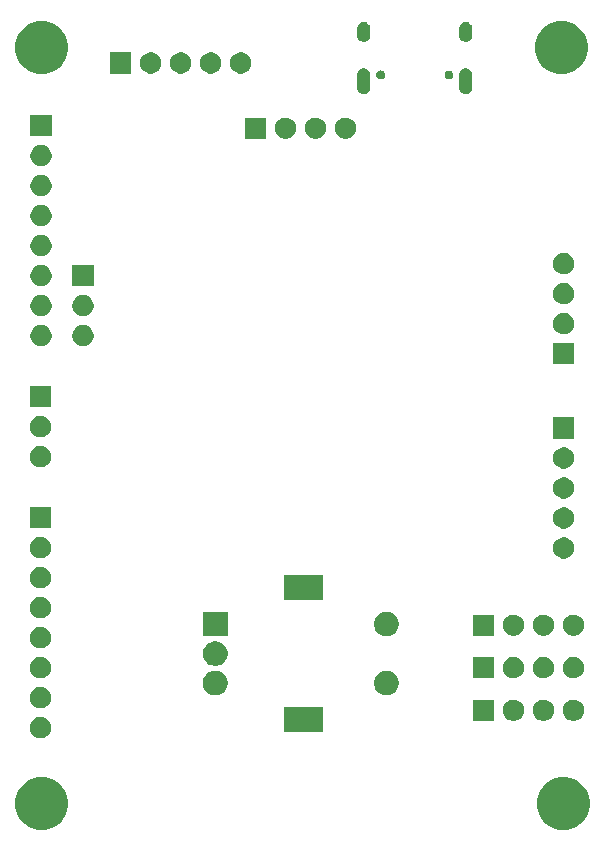
<source format=gbr>
G04 #@! TF.GenerationSoftware,KiCad,Pcbnew,(5.1.5)-2*
G04 #@! TF.CreationDate,2020-05-24T12:04:12+08:00*
G04 #@! TF.ProjectId,Bonjour STM32,426f6e6a-6f75-4722-9053-544d33322e6b,rev?*
G04 #@! TF.SameCoordinates,Original*
G04 #@! TF.FileFunction,Soldermask,Bot*
G04 #@! TF.FilePolarity,Negative*
%FSLAX46Y46*%
G04 Gerber Fmt 4.6, Leading zero omitted, Abs format (unit mm)*
G04 Created by KiCad (PCBNEW (5.1.5)-2) date 2020-05-24 12:04:12*
%MOMM*%
%LPD*%
G04 APERTURE LIST*
%ADD10C,0.100000*%
G04 APERTURE END LIST*
D10*
G36*
X207442606Y-114759776D02*
G01*
X207823319Y-114835504D01*
X208232975Y-115005189D01*
X208601655Y-115251534D01*
X208915192Y-115565071D01*
X209161537Y-115933751D01*
X209331222Y-116343407D01*
X209417726Y-116778296D01*
X209417726Y-117221704D01*
X209331222Y-117656593D01*
X209161537Y-118066249D01*
X208915192Y-118434929D01*
X208601655Y-118748466D01*
X208232975Y-118994811D01*
X207823319Y-119164496D01*
X207442606Y-119240224D01*
X207388431Y-119251000D01*
X206945021Y-119251000D01*
X206890846Y-119240224D01*
X206510133Y-119164496D01*
X206100477Y-118994811D01*
X205731797Y-118748466D01*
X205418260Y-118434929D01*
X205171915Y-118066249D01*
X205002230Y-117656593D01*
X204915726Y-117221704D01*
X204915726Y-116778296D01*
X205002230Y-116343407D01*
X205171915Y-115933751D01*
X205418260Y-115565071D01*
X205731797Y-115251534D01*
X206100477Y-115005189D01*
X206510133Y-114835504D01*
X206890846Y-114759776D01*
X206945021Y-114749000D01*
X207388431Y-114749000D01*
X207442606Y-114759776D01*
G37*
G36*
X163275880Y-114759776D02*
G01*
X163656593Y-114835504D01*
X164066249Y-115005189D01*
X164434929Y-115251534D01*
X164748466Y-115565071D01*
X164994811Y-115933751D01*
X165164496Y-116343407D01*
X165251000Y-116778296D01*
X165251000Y-117221704D01*
X165164496Y-117656593D01*
X164994811Y-118066249D01*
X164748466Y-118434929D01*
X164434929Y-118748466D01*
X164066249Y-118994811D01*
X163656593Y-119164496D01*
X163275880Y-119240224D01*
X163221705Y-119251000D01*
X162778295Y-119251000D01*
X162724120Y-119240224D01*
X162343407Y-119164496D01*
X161933751Y-118994811D01*
X161565071Y-118748466D01*
X161251534Y-118434929D01*
X161005189Y-118066249D01*
X160835504Y-117656593D01*
X160749000Y-117221704D01*
X160749000Y-116778296D01*
X160835504Y-116343407D01*
X161005189Y-115933751D01*
X161251534Y-115565071D01*
X161565071Y-115251534D01*
X161933751Y-115005189D01*
X162343407Y-114835504D01*
X162724120Y-114759776D01*
X162778295Y-114749000D01*
X163221705Y-114749000D01*
X163275880Y-114759776D01*
G37*
G36*
X163013512Y-109683927D02*
G01*
X163162812Y-109713624D01*
X163326784Y-109781544D01*
X163474354Y-109880147D01*
X163599853Y-110005646D01*
X163698456Y-110153216D01*
X163766376Y-110317188D01*
X163801000Y-110491259D01*
X163801000Y-110668741D01*
X163766376Y-110842812D01*
X163698456Y-111006784D01*
X163599853Y-111154354D01*
X163474354Y-111279853D01*
X163326784Y-111378456D01*
X163162812Y-111446376D01*
X163013512Y-111476073D01*
X162988742Y-111481000D01*
X162811258Y-111481000D01*
X162786488Y-111476073D01*
X162637188Y-111446376D01*
X162473216Y-111378456D01*
X162325646Y-111279853D01*
X162200147Y-111154354D01*
X162101544Y-111006784D01*
X162033624Y-110842812D01*
X161999000Y-110668741D01*
X161999000Y-110491259D01*
X162033624Y-110317188D01*
X162101544Y-110153216D01*
X162200147Y-110005646D01*
X162325646Y-109880147D01*
X162473216Y-109781544D01*
X162637188Y-109713624D01*
X162786488Y-109683927D01*
X162811258Y-109679000D01*
X162988742Y-109679000D01*
X163013512Y-109683927D01*
G37*
G36*
X186851000Y-110951000D02*
G01*
X183549000Y-110951000D01*
X183549000Y-108849000D01*
X186851000Y-108849000D01*
X186851000Y-110951000D01*
G37*
G36*
X201301000Y-110001000D02*
G01*
X199499000Y-110001000D01*
X199499000Y-108199000D01*
X201301000Y-108199000D01*
X201301000Y-110001000D01*
G37*
G36*
X203053512Y-108203927D02*
G01*
X203202812Y-108233624D01*
X203366784Y-108301544D01*
X203514354Y-108400147D01*
X203639853Y-108525646D01*
X203738456Y-108673216D01*
X203806376Y-108837188D01*
X203841000Y-109011259D01*
X203841000Y-109188741D01*
X203806376Y-109362812D01*
X203738456Y-109526784D01*
X203639853Y-109674354D01*
X203514354Y-109799853D01*
X203366784Y-109898456D01*
X203202812Y-109966376D01*
X203053512Y-109996073D01*
X203028742Y-110001000D01*
X202851258Y-110001000D01*
X202826488Y-109996073D01*
X202677188Y-109966376D01*
X202513216Y-109898456D01*
X202365646Y-109799853D01*
X202240147Y-109674354D01*
X202141544Y-109526784D01*
X202073624Y-109362812D01*
X202039000Y-109188741D01*
X202039000Y-109011259D01*
X202073624Y-108837188D01*
X202141544Y-108673216D01*
X202240147Y-108525646D01*
X202365646Y-108400147D01*
X202513216Y-108301544D01*
X202677188Y-108233624D01*
X202826488Y-108203927D01*
X202851258Y-108199000D01*
X203028742Y-108199000D01*
X203053512Y-108203927D01*
G37*
G36*
X205593512Y-108203927D02*
G01*
X205742812Y-108233624D01*
X205906784Y-108301544D01*
X206054354Y-108400147D01*
X206179853Y-108525646D01*
X206278456Y-108673216D01*
X206346376Y-108837188D01*
X206381000Y-109011259D01*
X206381000Y-109188741D01*
X206346376Y-109362812D01*
X206278456Y-109526784D01*
X206179853Y-109674354D01*
X206054354Y-109799853D01*
X205906784Y-109898456D01*
X205742812Y-109966376D01*
X205593512Y-109996073D01*
X205568742Y-110001000D01*
X205391258Y-110001000D01*
X205366488Y-109996073D01*
X205217188Y-109966376D01*
X205053216Y-109898456D01*
X204905646Y-109799853D01*
X204780147Y-109674354D01*
X204681544Y-109526784D01*
X204613624Y-109362812D01*
X204579000Y-109188741D01*
X204579000Y-109011259D01*
X204613624Y-108837188D01*
X204681544Y-108673216D01*
X204780147Y-108525646D01*
X204905646Y-108400147D01*
X205053216Y-108301544D01*
X205217188Y-108233624D01*
X205366488Y-108203927D01*
X205391258Y-108199000D01*
X205568742Y-108199000D01*
X205593512Y-108203927D01*
G37*
G36*
X208133512Y-108203927D02*
G01*
X208282812Y-108233624D01*
X208446784Y-108301544D01*
X208594354Y-108400147D01*
X208719853Y-108525646D01*
X208818456Y-108673216D01*
X208886376Y-108837188D01*
X208921000Y-109011259D01*
X208921000Y-109188741D01*
X208886376Y-109362812D01*
X208818456Y-109526784D01*
X208719853Y-109674354D01*
X208594354Y-109799853D01*
X208446784Y-109898456D01*
X208282812Y-109966376D01*
X208133512Y-109996073D01*
X208108742Y-110001000D01*
X207931258Y-110001000D01*
X207906488Y-109996073D01*
X207757188Y-109966376D01*
X207593216Y-109898456D01*
X207445646Y-109799853D01*
X207320147Y-109674354D01*
X207221544Y-109526784D01*
X207153624Y-109362812D01*
X207119000Y-109188741D01*
X207119000Y-109011259D01*
X207153624Y-108837188D01*
X207221544Y-108673216D01*
X207320147Y-108525646D01*
X207445646Y-108400147D01*
X207593216Y-108301544D01*
X207757188Y-108233624D01*
X207906488Y-108203927D01*
X207931258Y-108199000D01*
X208108742Y-108199000D01*
X208133512Y-108203927D01*
G37*
G36*
X163013512Y-107143927D02*
G01*
X163162812Y-107173624D01*
X163326784Y-107241544D01*
X163474354Y-107340147D01*
X163599853Y-107465646D01*
X163698456Y-107613216D01*
X163766376Y-107777188D01*
X163801000Y-107951259D01*
X163801000Y-108128741D01*
X163766376Y-108302812D01*
X163698456Y-108466784D01*
X163599853Y-108614354D01*
X163474354Y-108739853D01*
X163326784Y-108838456D01*
X163162812Y-108906376D01*
X163013512Y-108936073D01*
X162988742Y-108941000D01*
X162811258Y-108941000D01*
X162786488Y-108936073D01*
X162637188Y-108906376D01*
X162473216Y-108838456D01*
X162325646Y-108739853D01*
X162200147Y-108614354D01*
X162101544Y-108466784D01*
X162033624Y-108302812D01*
X161999000Y-108128741D01*
X161999000Y-107951259D01*
X162033624Y-107777188D01*
X162101544Y-107613216D01*
X162200147Y-107465646D01*
X162325646Y-107340147D01*
X162473216Y-107241544D01*
X162637188Y-107173624D01*
X162786488Y-107143927D01*
X162811258Y-107139000D01*
X162988742Y-107139000D01*
X163013512Y-107143927D01*
G37*
G36*
X178006564Y-105789389D02*
G01*
X178197833Y-105868615D01*
X178197835Y-105868616D01*
X178369973Y-105983635D01*
X178516365Y-106130027D01*
X178628906Y-106298456D01*
X178631385Y-106302167D01*
X178710611Y-106493436D01*
X178751000Y-106696484D01*
X178751000Y-106903516D01*
X178710611Y-107106564D01*
X178631385Y-107297833D01*
X178631384Y-107297835D01*
X178516365Y-107469973D01*
X178369973Y-107616365D01*
X178197835Y-107731384D01*
X178197834Y-107731385D01*
X178197833Y-107731385D01*
X178006564Y-107810611D01*
X177803516Y-107851000D01*
X177596484Y-107851000D01*
X177393436Y-107810611D01*
X177202167Y-107731385D01*
X177202166Y-107731385D01*
X177202165Y-107731384D01*
X177030027Y-107616365D01*
X176883635Y-107469973D01*
X176768616Y-107297835D01*
X176768615Y-107297833D01*
X176689389Y-107106564D01*
X176649000Y-106903516D01*
X176649000Y-106696484D01*
X176689389Y-106493436D01*
X176768615Y-106302167D01*
X176771095Y-106298456D01*
X176883635Y-106130027D01*
X177030027Y-105983635D01*
X177202165Y-105868616D01*
X177202167Y-105868615D01*
X177393436Y-105789389D01*
X177596484Y-105749000D01*
X177803516Y-105749000D01*
X178006564Y-105789389D01*
G37*
G36*
X192506564Y-105789389D02*
G01*
X192697833Y-105868615D01*
X192697835Y-105868616D01*
X192869973Y-105983635D01*
X193016365Y-106130027D01*
X193128906Y-106298456D01*
X193131385Y-106302167D01*
X193210611Y-106493436D01*
X193251000Y-106696484D01*
X193251000Y-106903516D01*
X193210611Y-107106564D01*
X193131385Y-107297833D01*
X193131384Y-107297835D01*
X193016365Y-107469973D01*
X192869973Y-107616365D01*
X192697835Y-107731384D01*
X192697834Y-107731385D01*
X192697833Y-107731385D01*
X192506564Y-107810611D01*
X192303516Y-107851000D01*
X192096484Y-107851000D01*
X191893436Y-107810611D01*
X191702167Y-107731385D01*
X191702166Y-107731385D01*
X191702165Y-107731384D01*
X191530027Y-107616365D01*
X191383635Y-107469973D01*
X191268616Y-107297835D01*
X191268615Y-107297833D01*
X191189389Y-107106564D01*
X191149000Y-106903516D01*
X191149000Y-106696484D01*
X191189389Y-106493436D01*
X191268615Y-106302167D01*
X191271095Y-106298456D01*
X191383635Y-106130027D01*
X191530027Y-105983635D01*
X191702165Y-105868616D01*
X191702167Y-105868615D01*
X191893436Y-105789389D01*
X192096484Y-105749000D01*
X192303516Y-105749000D01*
X192506564Y-105789389D01*
G37*
G36*
X205593512Y-104603927D02*
G01*
X205742812Y-104633624D01*
X205906784Y-104701544D01*
X206054354Y-104800147D01*
X206179853Y-104925646D01*
X206278456Y-105073216D01*
X206346376Y-105237188D01*
X206381000Y-105411259D01*
X206381000Y-105588741D01*
X206346376Y-105762812D01*
X206278456Y-105926784D01*
X206179853Y-106074354D01*
X206054354Y-106199853D01*
X205906784Y-106298456D01*
X205742812Y-106366376D01*
X205593512Y-106396073D01*
X205568742Y-106401000D01*
X205391258Y-106401000D01*
X205366488Y-106396073D01*
X205217188Y-106366376D01*
X205053216Y-106298456D01*
X204905646Y-106199853D01*
X204780147Y-106074354D01*
X204681544Y-105926784D01*
X204613624Y-105762812D01*
X204579000Y-105588741D01*
X204579000Y-105411259D01*
X204613624Y-105237188D01*
X204681544Y-105073216D01*
X204780147Y-104925646D01*
X204905646Y-104800147D01*
X205053216Y-104701544D01*
X205217188Y-104633624D01*
X205366488Y-104603927D01*
X205391258Y-104599000D01*
X205568742Y-104599000D01*
X205593512Y-104603927D01*
G37*
G36*
X208133512Y-104603927D02*
G01*
X208282812Y-104633624D01*
X208446784Y-104701544D01*
X208594354Y-104800147D01*
X208719853Y-104925646D01*
X208818456Y-105073216D01*
X208886376Y-105237188D01*
X208921000Y-105411259D01*
X208921000Y-105588741D01*
X208886376Y-105762812D01*
X208818456Y-105926784D01*
X208719853Y-106074354D01*
X208594354Y-106199853D01*
X208446784Y-106298456D01*
X208282812Y-106366376D01*
X208133512Y-106396073D01*
X208108742Y-106401000D01*
X207931258Y-106401000D01*
X207906488Y-106396073D01*
X207757188Y-106366376D01*
X207593216Y-106298456D01*
X207445646Y-106199853D01*
X207320147Y-106074354D01*
X207221544Y-105926784D01*
X207153624Y-105762812D01*
X207119000Y-105588741D01*
X207119000Y-105411259D01*
X207153624Y-105237188D01*
X207221544Y-105073216D01*
X207320147Y-104925646D01*
X207445646Y-104800147D01*
X207593216Y-104701544D01*
X207757188Y-104633624D01*
X207906488Y-104603927D01*
X207931258Y-104599000D01*
X208108742Y-104599000D01*
X208133512Y-104603927D01*
G37*
G36*
X203053512Y-104603927D02*
G01*
X203202812Y-104633624D01*
X203366784Y-104701544D01*
X203514354Y-104800147D01*
X203639853Y-104925646D01*
X203738456Y-105073216D01*
X203806376Y-105237188D01*
X203841000Y-105411259D01*
X203841000Y-105588741D01*
X203806376Y-105762812D01*
X203738456Y-105926784D01*
X203639853Y-106074354D01*
X203514354Y-106199853D01*
X203366784Y-106298456D01*
X203202812Y-106366376D01*
X203053512Y-106396073D01*
X203028742Y-106401000D01*
X202851258Y-106401000D01*
X202826488Y-106396073D01*
X202677188Y-106366376D01*
X202513216Y-106298456D01*
X202365646Y-106199853D01*
X202240147Y-106074354D01*
X202141544Y-105926784D01*
X202073624Y-105762812D01*
X202039000Y-105588741D01*
X202039000Y-105411259D01*
X202073624Y-105237188D01*
X202141544Y-105073216D01*
X202240147Y-104925646D01*
X202365646Y-104800147D01*
X202513216Y-104701544D01*
X202677188Y-104633624D01*
X202826488Y-104603927D01*
X202851258Y-104599000D01*
X203028742Y-104599000D01*
X203053512Y-104603927D01*
G37*
G36*
X201301000Y-106401000D02*
G01*
X199499000Y-106401000D01*
X199499000Y-104599000D01*
X201301000Y-104599000D01*
X201301000Y-106401000D01*
G37*
G36*
X163013512Y-104603927D02*
G01*
X163162812Y-104633624D01*
X163326784Y-104701544D01*
X163474354Y-104800147D01*
X163599853Y-104925646D01*
X163698456Y-105073216D01*
X163766376Y-105237188D01*
X163801000Y-105411259D01*
X163801000Y-105588741D01*
X163766376Y-105762812D01*
X163698456Y-105926784D01*
X163599853Y-106074354D01*
X163474354Y-106199853D01*
X163326784Y-106298456D01*
X163162812Y-106366376D01*
X163013512Y-106396073D01*
X162988742Y-106401000D01*
X162811258Y-106401000D01*
X162786488Y-106396073D01*
X162637188Y-106366376D01*
X162473216Y-106298456D01*
X162325646Y-106199853D01*
X162200147Y-106074354D01*
X162101544Y-105926784D01*
X162033624Y-105762812D01*
X161999000Y-105588741D01*
X161999000Y-105411259D01*
X162033624Y-105237188D01*
X162101544Y-105073216D01*
X162200147Y-104925646D01*
X162325646Y-104800147D01*
X162473216Y-104701544D01*
X162637188Y-104633624D01*
X162786488Y-104603927D01*
X162811258Y-104599000D01*
X162988742Y-104599000D01*
X163013512Y-104603927D01*
G37*
G36*
X178006564Y-103289389D02*
G01*
X178197833Y-103368615D01*
X178197835Y-103368616D01*
X178369973Y-103483635D01*
X178516365Y-103630027D01*
X178602179Y-103758456D01*
X178631385Y-103802167D01*
X178710611Y-103993436D01*
X178751000Y-104196484D01*
X178751000Y-104403516D01*
X178710611Y-104606564D01*
X178671269Y-104701544D01*
X178631384Y-104797835D01*
X178516365Y-104969973D01*
X178369973Y-105116365D01*
X178197835Y-105231384D01*
X178197834Y-105231385D01*
X178197833Y-105231385D01*
X178006564Y-105310611D01*
X177803516Y-105351000D01*
X177596484Y-105351000D01*
X177393436Y-105310611D01*
X177202167Y-105231385D01*
X177202166Y-105231385D01*
X177202165Y-105231384D01*
X177030027Y-105116365D01*
X176883635Y-104969973D01*
X176768616Y-104797835D01*
X176728731Y-104701544D01*
X176689389Y-104606564D01*
X176649000Y-104403516D01*
X176649000Y-104196484D01*
X176689389Y-103993436D01*
X176768615Y-103802167D01*
X176797822Y-103758456D01*
X176883635Y-103630027D01*
X177030027Y-103483635D01*
X177202165Y-103368616D01*
X177202167Y-103368615D01*
X177393436Y-103289389D01*
X177596484Y-103249000D01*
X177803516Y-103249000D01*
X178006564Y-103289389D01*
G37*
G36*
X163013512Y-102063927D02*
G01*
X163162812Y-102093624D01*
X163326784Y-102161544D01*
X163474354Y-102260147D01*
X163599853Y-102385646D01*
X163698456Y-102533216D01*
X163766376Y-102697188D01*
X163801000Y-102871259D01*
X163801000Y-103048741D01*
X163766376Y-103222812D01*
X163698456Y-103386784D01*
X163599853Y-103534354D01*
X163474354Y-103659853D01*
X163326784Y-103758456D01*
X163162812Y-103826376D01*
X163013512Y-103856073D01*
X162988742Y-103861000D01*
X162811258Y-103861000D01*
X162786488Y-103856073D01*
X162637188Y-103826376D01*
X162473216Y-103758456D01*
X162325646Y-103659853D01*
X162200147Y-103534354D01*
X162101544Y-103386784D01*
X162033624Y-103222812D01*
X161999000Y-103048741D01*
X161999000Y-102871259D01*
X162033624Y-102697188D01*
X162101544Y-102533216D01*
X162200147Y-102385646D01*
X162325646Y-102260147D01*
X162473216Y-102161544D01*
X162637188Y-102093624D01*
X162786488Y-102063927D01*
X162811258Y-102059000D01*
X162988742Y-102059000D01*
X163013512Y-102063927D01*
G37*
G36*
X178751000Y-102851000D02*
G01*
X176649000Y-102851000D01*
X176649000Y-100749000D01*
X178751000Y-100749000D01*
X178751000Y-102851000D01*
G37*
G36*
X192506564Y-100789389D02*
G01*
X192697833Y-100868615D01*
X192697835Y-100868616D01*
X192869973Y-100983635D01*
X193016365Y-101130027D01*
X193131385Y-101302167D01*
X193210611Y-101493436D01*
X193251000Y-101696484D01*
X193251000Y-101903516D01*
X193210611Y-102106564D01*
X193131385Y-102297833D01*
X193131384Y-102297835D01*
X193016365Y-102469973D01*
X192869973Y-102616365D01*
X192697835Y-102731384D01*
X192697834Y-102731385D01*
X192697833Y-102731385D01*
X192506564Y-102810611D01*
X192303516Y-102851000D01*
X192096484Y-102851000D01*
X191893436Y-102810611D01*
X191702167Y-102731385D01*
X191702166Y-102731385D01*
X191702165Y-102731384D01*
X191530027Y-102616365D01*
X191383635Y-102469973D01*
X191268616Y-102297835D01*
X191268615Y-102297833D01*
X191189389Y-102106564D01*
X191149000Y-101903516D01*
X191149000Y-101696484D01*
X191189389Y-101493436D01*
X191268615Y-101302167D01*
X191383635Y-101130027D01*
X191530027Y-100983635D01*
X191702165Y-100868616D01*
X191702167Y-100868615D01*
X191893436Y-100789389D01*
X192096484Y-100749000D01*
X192303516Y-100749000D01*
X192506564Y-100789389D01*
G37*
G36*
X205593512Y-101003927D02*
G01*
X205742812Y-101033624D01*
X205906784Y-101101544D01*
X206054354Y-101200147D01*
X206179853Y-101325646D01*
X206278456Y-101473216D01*
X206346376Y-101637188D01*
X206381000Y-101811259D01*
X206381000Y-101988741D01*
X206346376Y-102162812D01*
X206278456Y-102326784D01*
X206179853Y-102474354D01*
X206054354Y-102599853D01*
X205906784Y-102698456D01*
X205742812Y-102766376D01*
X205593512Y-102796073D01*
X205568742Y-102801000D01*
X205391258Y-102801000D01*
X205366488Y-102796073D01*
X205217188Y-102766376D01*
X205053216Y-102698456D01*
X204905646Y-102599853D01*
X204780147Y-102474354D01*
X204681544Y-102326784D01*
X204613624Y-102162812D01*
X204579000Y-101988741D01*
X204579000Y-101811259D01*
X204613624Y-101637188D01*
X204681544Y-101473216D01*
X204780147Y-101325646D01*
X204905646Y-101200147D01*
X205053216Y-101101544D01*
X205217188Y-101033624D01*
X205366488Y-101003927D01*
X205391258Y-100999000D01*
X205568742Y-100999000D01*
X205593512Y-101003927D01*
G37*
G36*
X201301000Y-102801000D02*
G01*
X199499000Y-102801000D01*
X199499000Y-100999000D01*
X201301000Y-100999000D01*
X201301000Y-102801000D01*
G37*
G36*
X203053512Y-101003927D02*
G01*
X203202812Y-101033624D01*
X203366784Y-101101544D01*
X203514354Y-101200147D01*
X203639853Y-101325646D01*
X203738456Y-101473216D01*
X203806376Y-101637188D01*
X203841000Y-101811259D01*
X203841000Y-101988741D01*
X203806376Y-102162812D01*
X203738456Y-102326784D01*
X203639853Y-102474354D01*
X203514354Y-102599853D01*
X203366784Y-102698456D01*
X203202812Y-102766376D01*
X203053512Y-102796073D01*
X203028742Y-102801000D01*
X202851258Y-102801000D01*
X202826488Y-102796073D01*
X202677188Y-102766376D01*
X202513216Y-102698456D01*
X202365646Y-102599853D01*
X202240147Y-102474354D01*
X202141544Y-102326784D01*
X202073624Y-102162812D01*
X202039000Y-101988741D01*
X202039000Y-101811259D01*
X202073624Y-101637188D01*
X202141544Y-101473216D01*
X202240147Y-101325646D01*
X202365646Y-101200147D01*
X202513216Y-101101544D01*
X202677188Y-101033624D01*
X202826488Y-101003927D01*
X202851258Y-100999000D01*
X203028742Y-100999000D01*
X203053512Y-101003927D01*
G37*
G36*
X208133512Y-101003927D02*
G01*
X208282812Y-101033624D01*
X208446784Y-101101544D01*
X208594354Y-101200147D01*
X208719853Y-101325646D01*
X208818456Y-101473216D01*
X208886376Y-101637188D01*
X208921000Y-101811259D01*
X208921000Y-101988741D01*
X208886376Y-102162812D01*
X208818456Y-102326784D01*
X208719853Y-102474354D01*
X208594354Y-102599853D01*
X208446784Y-102698456D01*
X208282812Y-102766376D01*
X208133512Y-102796073D01*
X208108742Y-102801000D01*
X207931258Y-102801000D01*
X207906488Y-102796073D01*
X207757188Y-102766376D01*
X207593216Y-102698456D01*
X207445646Y-102599853D01*
X207320147Y-102474354D01*
X207221544Y-102326784D01*
X207153624Y-102162812D01*
X207119000Y-101988741D01*
X207119000Y-101811259D01*
X207153624Y-101637188D01*
X207221544Y-101473216D01*
X207320147Y-101325646D01*
X207445646Y-101200147D01*
X207593216Y-101101544D01*
X207757188Y-101033624D01*
X207906488Y-101003927D01*
X207931258Y-100999000D01*
X208108742Y-100999000D01*
X208133512Y-101003927D01*
G37*
G36*
X163013512Y-99523927D02*
G01*
X163162812Y-99553624D01*
X163326784Y-99621544D01*
X163474354Y-99720147D01*
X163599853Y-99845646D01*
X163698456Y-99993216D01*
X163766376Y-100157188D01*
X163801000Y-100331259D01*
X163801000Y-100508741D01*
X163766376Y-100682812D01*
X163698456Y-100846784D01*
X163599853Y-100994354D01*
X163474354Y-101119853D01*
X163326784Y-101218456D01*
X163162812Y-101286376D01*
X163013512Y-101316073D01*
X162988742Y-101321000D01*
X162811258Y-101321000D01*
X162786488Y-101316073D01*
X162637188Y-101286376D01*
X162473216Y-101218456D01*
X162325646Y-101119853D01*
X162200147Y-100994354D01*
X162101544Y-100846784D01*
X162033624Y-100682812D01*
X161999000Y-100508741D01*
X161999000Y-100331259D01*
X162033624Y-100157188D01*
X162101544Y-99993216D01*
X162200147Y-99845646D01*
X162325646Y-99720147D01*
X162473216Y-99621544D01*
X162637188Y-99553624D01*
X162786488Y-99523927D01*
X162811258Y-99519000D01*
X162988742Y-99519000D01*
X163013512Y-99523927D01*
G37*
G36*
X186851000Y-99751000D02*
G01*
X183549000Y-99751000D01*
X183549000Y-97649000D01*
X186851000Y-97649000D01*
X186851000Y-99751000D01*
G37*
G36*
X163013512Y-96983927D02*
G01*
X163162812Y-97013624D01*
X163326784Y-97081544D01*
X163474354Y-97180147D01*
X163599853Y-97305646D01*
X163698456Y-97453216D01*
X163766376Y-97617188D01*
X163801000Y-97791259D01*
X163801000Y-97968741D01*
X163766376Y-98142812D01*
X163698456Y-98306784D01*
X163599853Y-98454354D01*
X163474354Y-98579853D01*
X163326784Y-98678456D01*
X163162812Y-98746376D01*
X163013512Y-98776073D01*
X162988742Y-98781000D01*
X162811258Y-98781000D01*
X162786488Y-98776073D01*
X162637188Y-98746376D01*
X162473216Y-98678456D01*
X162325646Y-98579853D01*
X162200147Y-98454354D01*
X162101544Y-98306784D01*
X162033624Y-98142812D01*
X161999000Y-97968741D01*
X161999000Y-97791259D01*
X162033624Y-97617188D01*
X162101544Y-97453216D01*
X162200147Y-97305646D01*
X162325646Y-97180147D01*
X162473216Y-97081544D01*
X162637188Y-97013624D01*
X162786488Y-96983927D01*
X162811258Y-96979000D01*
X162988742Y-96979000D01*
X163013512Y-96983927D01*
G37*
G36*
X207313512Y-94463927D02*
G01*
X207462812Y-94493624D01*
X207626784Y-94561544D01*
X207774354Y-94660147D01*
X207899853Y-94785646D01*
X207998456Y-94933216D01*
X208066376Y-95097188D01*
X208101000Y-95271259D01*
X208101000Y-95448741D01*
X208066376Y-95622812D01*
X207998456Y-95786784D01*
X207899853Y-95934354D01*
X207774354Y-96059853D01*
X207626784Y-96158456D01*
X207462812Y-96226376D01*
X207313512Y-96256073D01*
X207288742Y-96261000D01*
X207111258Y-96261000D01*
X207086488Y-96256073D01*
X206937188Y-96226376D01*
X206773216Y-96158456D01*
X206625646Y-96059853D01*
X206500147Y-95934354D01*
X206401544Y-95786784D01*
X206333624Y-95622812D01*
X206299000Y-95448741D01*
X206299000Y-95271259D01*
X206333624Y-95097188D01*
X206401544Y-94933216D01*
X206500147Y-94785646D01*
X206625646Y-94660147D01*
X206773216Y-94561544D01*
X206937188Y-94493624D01*
X207086488Y-94463927D01*
X207111258Y-94459000D01*
X207288742Y-94459000D01*
X207313512Y-94463927D01*
G37*
G36*
X163013512Y-94443927D02*
G01*
X163162812Y-94473624D01*
X163326784Y-94541544D01*
X163474354Y-94640147D01*
X163599853Y-94765646D01*
X163698456Y-94913216D01*
X163766376Y-95077188D01*
X163801000Y-95251259D01*
X163801000Y-95428741D01*
X163766376Y-95602812D01*
X163698456Y-95766784D01*
X163599853Y-95914354D01*
X163474354Y-96039853D01*
X163326784Y-96138456D01*
X163162812Y-96206376D01*
X163013512Y-96236073D01*
X162988742Y-96241000D01*
X162811258Y-96241000D01*
X162786488Y-96236073D01*
X162637188Y-96206376D01*
X162473216Y-96138456D01*
X162325646Y-96039853D01*
X162200147Y-95914354D01*
X162101544Y-95766784D01*
X162033624Y-95602812D01*
X161999000Y-95428741D01*
X161999000Y-95251259D01*
X162033624Y-95077188D01*
X162101544Y-94913216D01*
X162200147Y-94765646D01*
X162325646Y-94640147D01*
X162473216Y-94541544D01*
X162637188Y-94473624D01*
X162786488Y-94443927D01*
X162811258Y-94439000D01*
X162988742Y-94439000D01*
X163013512Y-94443927D01*
G37*
G36*
X207313512Y-91923927D02*
G01*
X207462812Y-91953624D01*
X207626784Y-92021544D01*
X207774354Y-92120147D01*
X207899853Y-92245646D01*
X207998456Y-92393216D01*
X208066376Y-92557188D01*
X208101000Y-92731259D01*
X208101000Y-92908741D01*
X208066376Y-93082812D01*
X207998456Y-93246784D01*
X207899853Y-93394354D01*
X207774354Y-93519853D01*
X207626784Y-93618456D01*
X207462812Y-93686376D01*
X207313512Y-93716073D01*
X207288742Y-93721000D01*
X207111258Y-93721000D01*
X207086488Y-93716073D01*
X206937188Y-93686376D01*
X206773216Y-93618456D01*
X206625646Y-93519853D01*
X206500147Y-93394354D01*
X206401544Y-93246784D01*
X206333624Y-93082812D01*
X206299000Y-92908741D01*
X206299000Y-92731259D01*
X206333624Y-92557188D01*
X206401544Y-92393216D01*
X206500147Y-92245646D01*
X206625646Y-92120147D01*
X206773216Y-92021544D01*
X206937188Y-91953624D01*
X207086488Y-91923927D01*
X207111258Y-91919000D01*
X207288742Y-91919000D01*
X207313512Y-91923927D01*
G37*
G36*
X163801000Y-93701000D02*
G01*
X161999000Y-93701000D01*
X161999000Y-91899000D01*
X163801000Y-91899000D01*
X163801000Y-93701000D01*
G37*
G36*
X207313512Y-89383927D02*
G01*
X207462812Y-89413624D01*
X207626784Y-89481544D01*
X207774354Y-89580147D01*
X207899853Y-89705646D01*
X207998456Y-89853216D01*
X208066376Y-90017188D01*
X208101000Y-90191259D01*
X208101000Y-90368741D01*
X208066376Y-90542812D01*
X207998456Y-90706784D01*
X207899853Y-90854354D01*
X207774354Y-90979853D01*
X207626784Y-91078456D01*
X207462812Y-91146376D01*
X207313512Y-91176073D01*
X207288742Y-91181000D01*
X207111258Y-91181000D01*
X207086488Y-91176073D01*
X206937188Y-91146376D01*
X206773216Y-91078456D01*
X206625646Y-90979853D01*
X206500147Y-90854354D01*
X206401544Y-90706784D01*
X206333624Y-90542812D01*
X206299000Y-90368741D01*
X206299000Y-90191259D01*
X206333624Y-90017188D01*
X206401544Y-89853216D01*
X206500147Y-89705646D01*
X206625646Y-89580147D01*
X206773216Y-89481544D01*
X206937188Y-89413624D01*
X207086488Y-89383927D01*
X207111258Y-89379000D01*
X207288742Y-89379000D01*
X207313512Y-89383927D01*
G37*
G36*
X207313512Y-86843927D02*
G01*
X207462812Y-86873624D01*
X207626784Y-86941544D01*
X207774354Y-87040147D01*
X207899853Y-87165646D01*
X207998456Y-87313216D01*
X208066376Y-87477188D01*
X208101000Y-87651259D01*
X208101000Y-87828741D01*
X208066376Y-88002812D01*
X207998456Y-88166784D01*
X207899853Y-88314354D01*
X207774354Y-88439853D01*
X207626784Y-88538456D01*
X207462812Y-88606376D01*
X207313512Y-88636073D01*
X207288742Y-88641000D01*
X207111258Y-88641000D01*
X207086488Y-88636073D01*
X206937188Y-88606376D01*
X206773216Y-88538456D01*
X206625646Y-88439853D01*
X206500147Y-88314354D01*
X206401544Y-88166784D01*
X206333624Y-88002812D01*
X206299000Y-87828741D01*
X206299000Y-87651259D01*
X206333624Y-87477188D01*
X206401544Y-87313216D01*
X206500147Y-87165646D01*
X206625646Y-87040147D01*
X206773216Y-86941544D01*
X206937188Y-86873624D01*
X207086488Y-86843927D01*
X207111258Y-86839000D01*
X207288742Y-86839000D01*
X207313512Y-86843927D01*
G37*
G36*
X163013512Y-86733927D02*
G01*
X163162812Y-86763624D01*
X163326784Y-86831544D01*
X163474354Y-86930147D01*
X163599853Y-87055646D01*
X163698456Y-87203216D01*
X163766376Y-87367188D01*
X163801000Y-87541259D01*
X163801000Y-87718741D01*
X163766376Y-87892812D01*
X163698456Y-88056784D01*
X163599853Y-88204354D01*
X163474354Y-88329853D01*
X163326784Y-88428456D01*
X163162812Y-88496376D01*
X163013512Y-88526073D01*
X162988742Y-88531000D01*
X162811258Y-88531000D01*
X162786488Y-88526073D01*
X162637188Y-88496376D01*
X162473216Y-88428456D01*
X162325646Y-88329853D01*
X162200147Y-88204354D01*
X162101544Y-88056784D01*
X162033624Y-87892812D01*
X161999000Y-87718741D01*
X161999000Y-87541259D01*
X162033624Y-87367188D01*
X162101544Y-87203216D01*
X162200147Y-87055646D01*
X162325646Y-86930147D01*
X162473216Y-86831544D01*
X162637188Y-86763624D01*
X162786488Y-86733927D01*
X162811258Y-86729000D01*
X162988742Y-86729000D01*
X163013512Y-86733927D01*
G37*
G36*
X208101000Y-86101000D02*
G01*
X206299000Y-86101000D01*
X206299000Y-84299000D01*
X208101000Y-84299000D01*
X208101000Y-86101000D01*
G37*
G36*
X163013512Y-84193927D02*
G01*
X163162812Y-84223624D01*
X163326784Y-84291544D01*
X163474354Y-84390147D01*
X163599853Y-84515646D01*
X163698456Y-84663216D01*
X163766376Y-84827188D01*
X163801000Y-85001259D01*
X163801000Y-85178741D01*
X163766376Y-85352812D01*
X163698456Y-85516784D01*
X163599853Y-85664354D01*
X163474354Y-85789853D01*
X163326784Y-85888456D01*
X163162812Y-85956376D01*
X163013512Y-85986073D01*
X162988742Y-85991000D01*
X162811258Y-85991000D01*
X162786488Y-85986073D01*
X162637188Y-85956376D01*
X162473216Y-85888456D01*
X162325646Y-85789853D01*
X162200147Y-85664354D01*
X162101544Y-85516784D01*
X162033624Y-85352812D01*
X161999000Y-85178741D01*
X161999000Y-85001259D01*
X162033624Y-84827188D01*
X162101544Y-84663216D01*
X162200147Y-84515646D01*
X162325646Y-84390147D01*
X162473216Y-84291544D01*
X162637188Y-84223624D01*
X162786488Y-84193927D01*
X162811258Y-84189000D01*
X162988742Y-84189000D01*
X163013512Y-84193927D01*
G37*
G36*
X163801000Y-83451000D02*
G01*
X161999000Y-83451000D01*
X161999000Y-81649000D01*
X163801000Y-81649000D01*
X163801000Y-83451000D01*
G37*
G36*
X208101000Y-79801000D02*
G01*
X206299000Y-79801000D01*
X206299000Y-77999000D01*
X208101000Y-77999000D01*
X208101000Y-79801000D01*
G37*
G36*
X166613512Y-76483927D02*
G01*
X166762812Y-76513624D01*
X166926784Y-76581544D01*
X167074354Y-76680147D01*
X167199853Y-76805646D01*
X167298456Y-76953216D01*
X167366376Y-77117188D01*
X167401000Y-77291259D01*
X167401000Y-77468741D01*
X167366376Y-77642812D01*
X167298456Y-77806784D01*
X167199853Y-77954354D01*
X167074354Y-78079853D01*
X166926784Y-78178456D01*
X166762812Y-78246376D01*
X166613512Y-78276073D01*
X166588742Y-78281000D01*
X166411258Y-78281000D01*
X166386488Y-78276073D01*
X166237188Y-78246376D01*
X166073216Y-78178456D01*
X165925646Y-78079853D01*
X165800147Y-77954354D01*
X165701544Y-77806784D01*
X165633624Y-77642812D01*
X165599000Y-77468741D01*
X165599000Y-77291259D01*
X165633624Y-77117188D01*
X165701544Y-76953216D01*
X165800147Y-76805646D01*
X165925646Y-76680147D01*
X166073216Y-76581544D01*
X166237188Y-76513624D01*
X166386488Y-76483927D01*
X166411258Y-76479000D01*
X166588742Y-76479000D01*
X166613512Y-76483927D01*
G37*
G36*
X163063512Y-76483927D02*
G01*
X163212812Y-76513624D01*
X163376784Y-76581544D01*
X163524354Y-76680147D01*
X163649853Y-76805646D01*
X163748456Y-76953216D01*
X163816376Y-77117188D01*
X163851000Y-77291259D01*
X163851000Y-77468741D01*
X163816376Y-77642812D01*
X163748456Y-77806784D01*
X163649853Y-77954354D01*
X163524354Y-78079853D01*
X163376784Y-78178456D01*
X163212812Y-78246376D01*
X163063512Y-78276073D01*
X163038742Y-78281000D01*
X162861258Y-78281000D01*
X162836488Y-78276073D01*
X162687188Y-78246376D01*
X162523216Y-78178456D01*
X162375646Y-78079853D01*
X162250147Y-77954354D01*
X162151544Y-77806784D01*
X162083624Y-77642812D01*
X162049000Y-77468741D01*
X162049000Y-77291259D01*
X162083624Y-77117188D01*
X162151544Y-76953216D01*
X162250147Y-76805646D01*
X162375646Y-76680147D01*
X162523216Y-76581544D01*
X162687188Y-76513624D01*
X162836488Y-76483927D01*
X162861258Y-76479000D01*
X163038742Y-76479000D01*
X163063512Y-76483927D01*
G37*
G36*
X207313512Y-75463927D02*
G01*
X207462812Y-75493624D01*
X207626784Y-75561544D01*
X207774354Y-75660147D01*
X207899853Y-75785646D01*
X207998456Y-75933216D01*
X208066376Y-76097188D01*
X208101000Y-76271259D01*
X208101000Y-76448741D01*
X208066376Y-76622812D01*
X207998456Y-76786784D01*
X207899853Y-76934354D01*
X207774354Y-77059853D01*
X207626784Y-77158456D01*
X207462812Y-77226376D01*
X207313512Y-77256073D01*
X207288742Y-77261000D01*
X207111258Y-77261000D01*
X207086488Y-77256073D01*
X206937188Y-77226376D01*
X206773216Y-77158456D01*
X206625646Y-77059853D01*
X206500147Y-76934354D01*
X206401544Y-76786784D01*
X206333624Y-76622812D01*
X206299000Y-76448741D01*
X206299000Y-76271259D01*
X206333624Y-76097188D01*
X206401544Y-75933216D01*
X206500147Y-75785646D01*
X206625646Y-75660147D01*
X206773216Y-75561544D01*
X206937188Y-75493624D01*
X207086488Y-75463927D01*
X207111258Y-75459000D01*
X207288742Y-75459000D01*
X207313512Y-75463927D01*
G37*
G36*
X163063512Y-73943927D02*
G01*
X163212812Y-73973624D01*
X163376784Y-74041544D01*
X163524354Y-74140147D01*
X163649853Y-74265646D01*
X163748456Y-74413216D01*
X163816376Y-74577188D01*
X163851000Y-74751259D01*
X163851000Y-74928741D01*
X163816376Y-75102812D01*
X163748456Y-75266784D01*
X163649853Y-75414354D01*
X163524354Y-75539853D01*
X163376784Y-75638456D01*
X163212812Y-75706376D01*
X163063512Y-75736073D01*
X163038742Y-75741000D01*
X162861258Y-75741000D01*
X162836488Y-75736073D01*
X162687188Y-75706376D01*
X162523216Y-75638456D01*
X162375646Y-75539853D01*
X162250147Y-75414354D01*
X162151544Y-75266784D01*
X162083624Y-75102812D01*
X162049000Y-74928741D01*
X162049000Y-74751259D01*
X162083624Y-74577188D01*
X162151544Y-74413216D01*
X162250147Y-74265646D01*
X162375646Y-74140147D01*
X162523216Y-74041544D01*
X162687188Y-73973624D01*
X162836488Y-73943927D01*
X162861258Y-73939000D01*
X163038742Y-73939000D01*
X163063512Y-73943927D01*
G37*
G36*
X166613512Y-73943927D02*
G01*
X166762812Y-73973624D01*
X166926784Y-74041544D01*
X167074354Y-74140147D01*
X167199853Y-74265646D01*
X167298456Y-74413216D01*
X167366376Y-74577188D01*
X167401000Y-74751259D01*
X167401000Y-74928741D01*
X167366376Y-75102812D01*
X167298456Y-75266784D01*
X167199853Y-75414354D01*
X167074354Y-75539853D01*
X166926784Y-75638456D01*
X166762812Y-75706376D01*
X166613512Y-75736073D01*
X166588742Y-75741000D01*
X166411258Y-75741000D01*
X166386488Y-75736073D01*
X166237188Y-75706376D01*
X166073216Y-75638456D01*
X165925646Y-75539853D01*
X165800147Y-75414354D01*
X165701544Y-75266784D01*
X165633624Y-75102812D01*
X165599000Y-74928741D01*
X165599000Y-74751259D01*
X165633624Y-74577188D01*
X165701544Y-74413216D01*
X165800147Y-74265646D01*
X165925646Y-74140147D01*
X166073216Y-74041544D01*
X166237188Y-73973624D01*
X166386488Y-73943927D01*
X166411258Y-73939000D01*
X166588742Y-73939000D01*
X166613512Y-73943927D01*
G37*
G36*
X207313512Y-72923927D02*
G01*
X207462812Y-72953624D01*
X207626784Y-73021544D01*
X207774354Y-73120147D01*
X207899853Y-73245646D01*
X207998456Y-73393216D01*
X208066376Y-73557188D01*
X208101000Y-73731259D01*
X208101000Y-73908741D01*
X208066376Y-74082812D01*
X207998456Y-74246784D01*
X207899853Y-74394354D01*
X207774354Y-74519853D01*
X207626784Y-74618456D01*
X207462812Y-74686376D01*
X207313512Y-74716073D01*
X207288742Y-74721000D01*
X207111258Y-74721000D01*
X207086488Y-74716073D01*
X206937188Y-74686376D01*
X206773216Y-74618456D01*
X206625646Y-74519853D01*
X206500147Y-74394354D01*
X206401544Y-74246784D01*
X206333624Y-74082812D01*
X206299000Y-73908741D01*
X206299000Y-73731259D01*
X206333624Y-73557188D01*
X206401544Y-73393216D01*
X206500147Y-73245646D01*
X206625646Y-73120147D01*
X206773216Y-73021544D01*
X206937188Y-72953624D01*
X207086488Y-72923927D01*
X207111258Y-72919000D01*
X207288742Y-72919000D01*
X207313512Y-72923927D01*
G37*
G36*
X163063512Y-71403927D02*
G01*
X163212812Y-71433624D01*
X163376784Y-71501544D01*
X163524354Y-71600147D01*
X163649853Y-71725646D01*
X163748456Y-71873216D01*
X163816376Y-72037188D01*
X163851000Y-72211259D01*
X163851000Y-72388741D01*
X163816376Y-72562812D01*
X163748456Y-72726784D01*
X163649853Y-72874354D01*
X163524354Y-72999853D01*
X163376784Y-73098456D01*
X163212812Y-73166376D01*
X163063512Y-73196073D01*
X163038742Y-73201000D01*
X162861258Y-73201000D01*
X162836488Y-73196073D01*
X162687188Y-73166376D01*
X162523216Y-73098456D01*
X162375646Y-72999853D01*
X162250147Y-72874354D01*
X162151544Y-72726784D01*
X162083624Y-72562812D01*
X162049000Y-72388741D01*
X162049000Y-72211259D01*
X162083624Y-72037188D01*
X162151544Y-71873216D01*
X162250147Y-71725646D01*
X162375646Y-71600147D01*
X162523216Y-71501544D01*
X162687188Y-71433624D01*
X162836488Y-71403927D01*
X162861258Y-71399000D01*
X163038742Y-71399000D01*
X163063512Y-71403927D01*
G37*
G36*
X167401000Y-73201000D02*
G01*
X165599000Y-73201000D01*
X165599000Y-71399000D01*
X167401000Y-71399000D01*
X167401000Y-73201000D01*
G37*
G36*
X207313512Y-70383927D02*
G01*
X207462812Y-70413624D01*
X207626784Y-70481544D01*
X207774354Y-70580147D01*
X207899853Y-70705646D01*
X207998456Y-70853216D01*
X208066376Y-71017188D01*
X208101000Y-71191259D01*
X208101000Y-71368741D01*
X208066376Y-71542812D01*
X207998456Y-71706784D01*
X207899853Y-71854354D01*
X207774354Y-71979853D01*
X207626784Y-72078456D01*
X207462812Y-72146376D01*
X207313512Y-72176073D01*
X207288742Y-72181000D01*
X207111258Y-72181000D01*
X207086488Y-72176073D01*
X206937188Y-72146376D01*
X206773216Y-72078456D01*
X206625646Y-71979853D01*
X206500147Y-71854354D01*
X206401544Y-71706784D01*
X206333624Y-71542812D01*
X206299000Y-71368741D01*
X206299000Y-71191259D01*
X206333624Y-71017188D01*
X206401544Y-70853216D01*
X206500147Y-70705646D01*
X206625646Y-70580147D01*
X206773216Y-70481544D01*
X206937188Y-70413624D01*
X207086488Y-70383927D01*
X207111258Y-70379000D01*
X207288742Y-70379000D01*
X207313512Y-70383927D01*
G37*
G36*
X163063512Y-68863927D02*
G01*
X163212812Y-68893624D01*
X163376784Y-68961544D01*
X163524354Y-69060147D01*
X163649853Y-69185646D01*
X163748456Y-69333216D01*
X163816376Y-69497188D01*
X163851000Y-69671259D01*
X163851000Y-69848741D01*
X163816376Y-70022812D01*
X163748456Y-70186784D01*
X163649853Y-70334354D01*
X163524354Y-70459853D01*
X163376784Y-70558456D01*
X163212812Y-70626376D01*
X163063512Y-70656073D01*
X163038742Y-70661000D01*
X162861258Y-70661000D01*
X162836488Y-70656073D01*
X162687188Y-70626376D01*
X162523216Y-70558456D01*
X162375646Y-70459853D01*
X162250147Y-70334354D01*
X162151544Y-70186784D01*
X162083624Y-70022812D01*
X162049000Y-69848741D01*
X162049000Y-69671259D01*
X162083624Y-69497188D01*
X162151544Y-69333216D01*
X162250147Y-69185646D01*
X162375646Y-69060147D01*
X162523216Y-68961544D01*
X162687188Y-68893624D01*
X162836488Y-68863927D01*
X162861258Y-68859000D01*
X163038742Y-68859000D01*
X163063512Y-68863927D01*
G37*
G36*
X163063512Y-66323927D02*
G01*
X163212812Y-66353624D01*
X163376784Y-66421544D01*
X163524354Y-66520147D01*
X163649853Y-66645646D01*
X163748456Y-66793216D01*
X163816376Y-66957188D01*
X163851000Y-67131259D01*
X163851000Y-67308741D01*
X163816376Y-67482812D01*
X163748456Y-67646784D01*
X163649853Y-67794354D01*
X163524354Y-67919853D01*
X163376784Y-68018456D01*
X163212812Y-68086376D01*
X163063512Y-68116073D01*
X163038742Y-68121000D01*
X162861258Y-68121000D01*
X162836488Y-68116073D01*
X162687188Y-68086376D01*
X162523216Y-68018456D01*
X162375646Y-67919853D01*
X162250147Y-67794354D01*
X162151544Y-67646784D01*
X162083624Y-67482812D01*
X162049000Y-67308741D01*
X162049000Y-67131259D01*
X162083624Y-66957188D01*
X162151544Y-66793216D01*
X162250147Y-66645646D01*
X162375646Y-66520147D01*
X162523216Y-66421544D01*
X162687188Y-66353624D01*
X162836488Y-66323927D01*
X162861258Y-66319000D01*
X163038742Y-66319000D01*
X163063512Y-66323927D01*
G37*
G36*
X163063512Y-63783927D02*
G01*
X163212812Y-63813624D01*
X163376784Y-63881544D01*
X163524354Y-63980147D01*
X163649853Y-64105646D01*
X163748456Y-64253216D01*
X163816376Y-64417188D01*
X163851000Y-64591259D01*
X163851000Y-64768741D01*
X163816376Y-64942812D01*
X163748456Y-65106784D01*
X163649853Y-65254354D01*
X163524354Y-65379853D01*
X163376784Y-65478456D01*
X163212812Y-65546376D01*
X163063512Y-65576073D01*
X163038742Y-65581000D01*
X162861258Y-65581000D01*
X162836488Y-65576073D01*
X162687188Y-65546376D01*
X162523216Y-65478456D01*
X162375646Y-65379853D01*
X162250147Y-65254354D01*
X162151544Y-65106784D01*
X162083624Y-64942812D01*
X162049000Y-64768741D01*
X162049000Y-64591259D01*
X162083624Y-64417188D01*
X162151544Y-64253216D01*
X162250147Y-64105646D01*
X162375646Y-63980147D01*
X162523216Y-63881544D01*
X162687188Y-63813624D01*
X162836488Y-63783927D01*
X162861258Y-63779000D01*
X163038742Y-63779000D01*
X163063512Y-63783927D01*
G37*
G36*
X163063512Y-61243927D02*
G01*
X163212812Y-61273624D01*
X163376784Y-61341544D01*
X163524354Y-61440147D01*
X163649853Y-61565646D01*
X163748456Y-61713216D01*
X163816376Y-61877188D01*
X163851000Y-62051259D01*
X163851000Y-62228741D01*
X163816376Y-62402812D01*
X163748456Y-62566784D01*
X163649853Y-62714354D01*
X163524354Y-62839853D01*
X163376784Y-62938456D01*
X163212812Y-63006376D01*
X163063512Y-63036073D01*
X163038742Y-63041000D01*
X162861258Y-63041000D01*
X162836488Y-63036073D01*
X162687188Y-63006376D01*
X162523216Y-62938456D01*
X162375646Y-62839853D01*
X162250147Y-62714354D01*
X162151544Y-62566784D01*
X162083624Y-62402812D01*
X162049000Y-62228741D01*
X162049000Y-62051259D01*
X162083624Y-61877188D01*
X162151544Y-61713216D01*
X162250147Y-61565646D01*
X162375646Y-61440147D01*
X162523216Y-61341544D01*
X162687188Y-61273624D01*
X162836488Y-61243927D01*
X162861258Y-61239000D01*
X163038742Y-61239000D01*
X163063512Y-61243927D01*
G37*
G36*
X186295512Y-58920927D02*
G01*
X186444812Y-58950624D01*
X186608784Y-59018544D01*
X186756354Y-59117147D01*
X186881853Y-59242646D01*
X186980456Y-59390216D01*
X187048376Y-59554188D01*
X187083000Y-59728259D01*
X187083000Y-59905741D01*
X187048376Y-60079812D01*
X186980456Y-60243784D01*
X186881853Y-60391354D01*
X186756354Y-60516853D01*
X186608784Y-60615456D01*
X186444812Y-60683376D01*
X186295512Y-60713073D01*
X186270742Y-60718000D01*
X186093258Y-60718000D01*
X186068488Y-60713073D01*
X185919188Y-60683376D01*
X185755216Y-60615456D01*
X185607646Y-60516853D01*
X185482147Y-60391354D01*
X185383544Y-60243784D01*
X185315624Y-60079812D01*
X185281000Y-59905741D01*
X185281000Y-59728259D01*
X185315624Y-59554188D01*
X185383544Y-59390216D01*
X185482147Y-59242646D01*
X185607646Y-59117147D01*
X185755216Y-59018544D01*
X185919188Y-58950624D01*
X186068488Y-58920927D01*
X186093258Y-58916000D01*
X186270742Y-58916000D01*
X186295512Y-58920927D01*
G37*
G36*
X183755512Y-58920927D02*
G01*
X183904812Y-58950624D01*
X184068784Y-59018544D01*
X184216354Y-59117147D01*
X184341853Y-59242646D01*
X184440456Y-59390216D01*
X184508376Y-59554188D01*
X184543000Y-59728259D01*
X184543000Y-59905741D01*
X184508376Y-60079812D01*
X184440456Y-60243784D01*
X184341853Y-60391354D01*
X184216354Y-60516853D01*
X184068784Y-60615456D01*
X183904812Y-60683376D01*
X183755512Y-60713073D01*
X183730742Y-60718000D01*
X183553258Y-60718000D01*
X183528488Y-60713073D01*
X183379188Y-60683376D01*
X183215216Y-60615456D01*
X183067646Y-60516853D01*
X182942147Y-60391354D01*
X182843544Y-60243784D01*
X182775624Y-60079812D01*
X182741000Y-59905741D01*
X182741000Y-59728259D01*
X182775624Y-59554188D01*
X182843544Y-59390216D01*
X182942147Y-59242646D01*
X183067646Y-59117147D01*
X183215216Y-59018544D01*
X183379188Y-58950624D01*
X183528488Y-58920927D01*
X183553258Y-58916000D01*
X183730742Y-58916000D01*
X183755512Y-58920927D01*
G37*
G36*
X188835512Y-58920927D02*
G01*
X188984812Y-58950624D01*
X189148784Y-59018544D01*
X189296354Y-59117147D01*
X189421853Y-59242646D01*
X189520456Y-59390216D01*
X189588376Y-59554188D01*
X189623000Y-59728259D01*
X189623000Y-59905741D01*
X189588376Y-60079812D01*
X189520456Y-60243784D01*
X189421853Y-60391354D01*
X189296354Y-60516853D01*
X189148784Y-60615456D01*
X188984812Y-60683376D01*
X188835512Y-60713073D01*
X188810742Y-60718000D01*
X188633258Y-60718000D01*
X188608488Y-60713073D01*
X188459188Y-60683376D01*
X188295216Y-60615456D01*
X188147646Y-60516853D01*
X188022147Y-60391354D01*
X187923544Y-60243784D01*
X187855624Y-60079812D01*
X187821000Y-59905741D01*
X187821000Y-59728259D01*
X187855624Y-59554188D01*
X187923544Y-59390216D01*
X188022147Y-59242646D01*
X188147646Y-59117147D01*
X188295216Y-59018544D01*
X188459188Y-58950624D01*
X188608488Y-58920927D01*
X188633258Y-58916000D01*
X188810742Y-58916000D01*
X188835512Y-58920927D01*
G37*
G36*
X182003000Y-60718000D02*
G01*
X180201000Y-60718000D01*
X180201000Y-58916000D01*
X182003000Y-58916000D01*
X182003000Y-60718000D01*
G37*
G36*
X163851000Y-60501000D02*
G01*
X162049000Y-60501000D01*
X162049000Y-58699000D01*
X163851000Y-58699000D01*
X163851000Y-60501000D01*
G37*
G36*
X190388015Y-54736973D02*
G01*
X190491879Y-54768479D01*
X190519055Y-54783005D01*
X190587600Y-54819643D01*
X190671501Y-54888499D01*
X190740357Y-54972400D01*
X190776995Y-55040945D01*
X190791521Y-55068121D01*
X190823027Y-55171985D01*
X190831000Y-55252933D01*
X190831000Y-56407067D01*
X190823027Y-56488015D01*
X190791521Y-56591879D01*
X190740356Y-56687600D01*
X190671501Y-56771501D01*
X190602645Y-56828009D01*
X190587599Y-56840357D01*
X190535907Y-56867987D01*
X190491878Y-56891521D01*
X190388014Y-56923027D01*
X190280000Y-56933666D01*
X190171985Y-56923027D01*
X190068121Y-56891521D01*
X190024093Y-56867987D01*
X189972401Y-56840357D01*
X189959643Y-56829887D01*
X189888499Y-56771501D01*
X189819644Y-56687600D01*
X189768479Y-56591878D01*
X189736973Y-56488014D01*
X189729000Y-56407066D01*
X189729001Y-55252933D01*
X189736974Y-55171985D01*
X189768480Y-55068121D01*
X189783006Y-55040945D01*
X189819644Y-54972400D01*
X189888500Y-54888499D01*
X189972401Y-54819643D01*
X190040946Y-54783005D01*
X190068122Y-54768479D01*
X190171986Y-54736973D01*
X190280000Y-54726334D01*
X190388015Y-54736973D01*
G37*
G36*
X199028015Y-54736973D02*
G01*
X199131879Y-54768479D01*
X199159055Y-54783005D01*
X199227600Y-54819643D01*
X199311501Y-54888499D01*
X199380357Y-54972400D01*
X199416995Y-55040945D01*
X199431521Y-55068121D01*
X199463027Y-55171985D01*
X199471000Y-55252933D01*
X199471000Y-56407067D01*
X199463027Y-56488015D01*
X199431521Y-56591879D01*
X199380356Y-56687600D01*
X199311501Y-56771501D01*
X199242645Y-56828009D01*
X199227599Y-56840357D01*
X199175907Y-56867987D01*
X199131878Y-56891521D01*
X199028014Y-56923027D01*
X198920000Y-56933666D01*
X198811985Y-56923027D01*
X198708121Y-56891521D01*
X198664093Y-56867987D01*
X198612401Y-56840357D01*
X198599643Y-56829887D01*
X198528499Y-56771501D01*
X198459644Y-56687600D01*
X198408479Y-56591878D01*
X198376973Y-56488014D01*
X198369000Y-56407066D01*
X198369001Y-55252933D01*
X198376974Y-55171985D01*
X198408480Y-55068121D01*
X198423006Y-55040945D01*
X198459644Y-54972400D01*
X198528500Y-54888499D01*
X198612401Y-54819643D01*
X198680946Y-54783005D01*
X198708122Y-54768479D01*
X198811986Y-54736973D01*
X198920000Y-54726334D01*
X199028015Y-54736973D01*
G37*
G36*
X197599672Y-54938449D02*
G01*
X197599674Y-54938450D01*
X197599675Y-54938450D01*
X197668103Y-54966793D01*
X197729686Y-55007942D01*
X197782058Y-55060314D01*
X197823207Y-55121897D01*
X197843954Y-55171987D01*
X197851551Y-55190328D01*
X197863620Y-55251000D01*
X197866000Y-55262967D01*
X197866000Y-55337033D01*
X197851550Y-55409675D01*
X197823207Y-55478103D01*
X197782058Y-55539686D01*
X197729686Y-55592058D01*
X197668103Y-55633207D01*
X197599675Y-55661550D01*
X197599674Y-55661550D01*
X197599672Y-55661551D01*
X197527034Y-55676000D01*
X197452966Y-55676000D01*
X197380328Y-55661551D01*
X197380326Y-55661550D01*
X197380325Y-55661550D01*
X197311897Y-55633207D01*
X197250314Y-55592058D01*
X197197942Y-55539686D01*
X197156793Y-55478103D01*
X197128450Y-55409675D01*
X197114000Y-55337033D01*
X197114000Y-55262967D01*
X197116380Y-55251000D01*
X197128449Y-55190328D01*
X197136046Y-55171987D01*
X197156793Y-55121897D01*
X197197942Y-55060314D01*
X197250314Y-55007942D01*
X197311897Y-54966793D01*
X197380325Y-54938450D01*
X197380326Y-54938450D01*
X197380328Y-54938449D01*
X197452966Y-54924000D01*
X197527034Y-54924000D01*
X197599672Y-54938449D01*
G37*
G36*
X191819672Y-54938449D02*
G01*
X191819674Y-54938450D01*
X191819675Y-54938450D01*
X191888103Y-54966793D01*
X191949686Y-55007942D01*
X192002058Y-55060314D01*
X192043207Y-55121897D01*
X192063954Y-55171987D01*
X192071551Y-55190328D01*
X192083620Y-55251000D01*
X192086000Y-55262967D01*
X192086000Y-55337033D01*
X192071550Y-55409675D01*
X192043207Y-55478103D01*
X192002058Y-55539686D01*
X191949686Y-55592058D01*
X191888103Y-55633207D01*
X191819675Y-55661550D01*
X191819674Y-55661550D01*
X191819672Y-55661551D01*
X191747034Y-55676000D01*
X191672966Y-55676000D01*
X191600328Y-55661551D01*
X191600326Y-55661550D01*
X191600325Y-55661550D01*
X191531897Y-55633207D01*
X191470314Y-55592058D01*
X191417942Y-55539686D01*
X191376793Y-55478103D01*
X191348450Y-55409675D01*
X191334000Y-55337033D01*
X191334000Y-55262967D01*
X191336380Y-55251000D01*
X191348449Y-55190328D01*
X191356046Y-55171987D01*
X191376793Y-55121897D01*
X191417942Y-55060314D01*
X191470314Y-55007942D01*
X191531897Y-54966793D01*
X191600325Y-54938450D01*
X191600326Y-54938450D01*
X191600328Y-54938449D01*
X191672966Y-54924000D01*
X191747034Y-54924000D01*
X191819672Y-54938449D01*
G37*
G36*
X163275880Y-50759776D02*
G01*
X163656593Y-50835504D01*
X164066249Y-51005189D01*
X164434929Y-51251534D01*
X164748466Y-51565071D01*
X164994811Y-51933751D01*
X165164496Y-52343407D01*
X165251000Y-52778296D01*
X165251000Y-53221704D01*
X165164496Y-53656593D01*
X164994811Y-54066249D01*
X164748466Y-54434929D01*
X164434929Y-54748466D01*
X164066249Y-54994811D01*
X163656593Y-55164496D01*
X163275880Y-55240224D01*
X163221705Y-55251000D01*
X162778295Y-55251000D01*
X162724120Y-55240224D01*
X162343407Y-55164496D01*
X161933751Y-54994811D01*
X161565071Y-54748466D01*
X161251534Y-54434929D01*
X161005189Y-54066249D01*
X160835504Y-53656593D01*
X160749000Y-53221704D01*
X160749000Y-52778296D01*
X160835504Y-52343407D01*
X161005189Y-51933751D01*
X161251534Y-51565071D01*
X161565071Y-51251534D01*
X161933751Y-51005189D01*
X162343407Y-50835504D01*
X162724120Y-50759776D01*
X162778295Y-50749000D01*
X163221705Y-50749000D01*
X163275880Y-50759776D01*
G37*
G36*
X207275880Y-50759776D02*
G01*
X207656593Y-50835504D01*
X208066249Y-51005189D01*
X208434929Y-51251534D01*
X208748466Y-51565071D01*
X208994811Y-51933751D01*
X209164496Y-52343407D01*
X209251000Y-52778296D01*
X209251000Y-53221704D01*
X209164496Y-53656593D01*
X208994811Y-54066249D01*
X208748466Y-54434929D01*
X208434929Y-54748466D01*
X208066249Y-54994811D01*
X207656593Y-55164496D01*
X207275880Y-55240224D01*
X207221705Y-55251000D01*
X206778295Y-55251000D01*
X206724120Y-55240224D01*
X206343407Y-55164496D01*
X205933751Y-54994811D01*
X205565071Y-54748466D01*
X205251534Y-54434929D01*
X205005189Y-54066249D01*
X204835504Y-53656593D01*
X204749000Y-53221704D01*
X204749000Y-52778296D01*
X204835504Y-52343407D01*
X205005189Y-51933751D01*
X205251534Y-51565071D01*
X205565071Y-51251534D01*
X205933751Y-51005189D01*
X206343407Y-50835504D01*
X206724120Y-50759776D01*
X206778295Y-50749000D01*
X207221705Y-50749000D01*
X207275880Y-50759776D01*
G37*
G36*
X177433512Y-53403927D02*
G01*
X177582812Y-53433624D01*
X177746784Y-53501544D01*
X177894354Y-53600147D01*
X178019853Y-53725646D01*
X178118456Y-53873216D01*
X178186376Y-54037188D01*
X178221000Y-54211259D01*
X178221000Y-54388741D01*
X178186376Y-54562812D01*
X178118456Y-54726784D01*
X178019853Y-54874354D01*
X177894354Y-54999853D01*
X177746784Y-55098456D01*
X177582812Y-55166376D01*
X177433512Y-55196073D01*
X177408742Y-55201000D01*
X177231258Y-55201000D01*
X177206488Y-55196073D01*
X177057188Y-55166376D01*
X176893216Y-55098456D01*
X176745646Y-54999853D01*
X176620147Y-54874354D01*
X176521544Y-54726784D01*
X176453624Y-54562812D01*
X176419000Y-54388741D01*
X176419000Y-54211259D01*
X176453624Y-54037188D01*
X176521544Y-53873216D01*
X176620147Y-53725646D01*
X176745646Y-53600147D01*
X176893216Y-53501544D01*
X177057188Y-53433624D01*
X177206488Y-53403927D01*
X177231258Y-53399000D01*
X177408742Y-53399000D01*
X177433512Y-53403927D01*
G37*
G36*
X179973512Y-53403927D02*
G01*
X180122812Y-53433624D01*
X180286784Y-53501544D01*
X180434354Y-53600147D01*
X180559853Y-53725646D01*
X180658456Y-53873216D01*
X180726376Y-54037188D01*
X180761000Y-54211259D01*
X180761000Y-54388741D01*
X180726376Y-54562812D01*
X180658456Y-54726784D01*
X180559853Y-54874354D01*
X180434354Y-54999853D01*
X180286784Y-55098456D01*
X180122812Y-55166376D01*
X179973512Y-55196073D01*
X179948742Y-55201000D01*
X179771258Y-55201000D01*
X179746488Y-55196073D01*
X179597188Y-55166376D01*
X179433216Y-55098456D01*
X179285646Y-54999853D01*
X179160147Y-54874354D01*
X179061544Y-54726784D01*
X178993624Y-54562812D01*
X178959000Y-54388741D01*
X178959000Y-54211259D01*
X178993624Y-54037188D01*
X179061544Y-53873216D01*
X179160147Y-53725646D01*
X179285646Y-53600147D01*
X179433216Y-53501544D01*
X179597188Y-53433624D01*
X179746488Y-53403927D01*
X179771258Y-53399000D01*
X179948742Y-53399000D01*
X179973512Y-53403927D01*
G37*
G36*
X174893512Y-53403927D02*
G01*
X175042812Y-53433624D01*
X175206784Y-53501544D01*
X175354354Y-53600147D01*
X175479853Y-53725646D01*
X175578456Y-53873216D01*
X175646376Y-54037188D01*
X175681000Y-54211259D01*
X175681000Y-54388741D01*
X175646376Y-54562812D01*
X175578456Y-54726784D01*
X175479853Y-54874354D01*
X175354354Y-54999853D01*
X175206784Y-55098456D01*
X175042812Y-55166376D01*
X174893512Y-55196073D01*
X174868742Y-55201000D01*
X174691258Y-55201000D01*
X174666488Y-55196073D01*
X174517188Y-55166376D01*
X174353216Y-55098456D01*
X174205646Y-54999853D01*
X174080147Y-54874354D01*
X173981544Y-54726784D01*
X173913624Y-54562812D01*
X173879000Y-54388741D01*
X173879000Y-54211259D01*
X173913624Y-54037188D01*
X173981544Y-53873216D01*
X174080147Y-53725646D01*
X174205646Y-53600147D01*
X174353216Y-53501544D01*
X174517188Y-53433624D01*
X174666488Y-53403927D01*
X174691258Y-53399000D01*
X174868742Y-53399000D01*
X174893512Y-53403927D01*
G37*
G36*
X172353512Y-53403927D02*
G01*
X172502812Y-53433624D01*
X172666784Y-53501544D01*
X172814354Y-53600147D01*
X172939853Y-53725646D01*
X173038456Y-53873216D01*
X173106376Y-54037188D01*
X173141000Y-54211259D01*
X173141000Y-54388741D01*
X173106376Y-54562812D01*
X173038456Y-54726784D01*
X172939853Y-54874354D01*
X172814354Y-54999853D01*
X172666784Y-55098456D01*
X172502812Y-55166376D01*
X172353512Y-55196073D01*
X172328742Y-55201000D01*
X172151258Y-55201000D01*
X172126488Y-55196073D01*
X171977188Y-55166376D01*
X171813216Y-55098456D01*
X171665646Y-54999853D01*
X171540147Y-54874354D01*
X171441544Y-54726784D01*
X171373624Y-54562812D01*
X171339000Y-54388741D01*
X171339000Y-54211259D01*
X171373624Y-54037188D01*
X171441544Y-53873216D01*
X171540147Y-53725646D01*
X171665646Y-53600147D01*
X171813216Y-53501544D01*
X171977188Y-53433624D01*
X172126488Y-53403927D01*
X172151258Y-53399000D01*
X172328742Y-53399000D01*
X172353512Y-53403927D01*
G37*
G36*
X170601000Y-55201000D02*
G01*
X168799000Y-55201000D01*
X168799000Y-53399000D01*
X170601000Y-53399000D01*
X170601000Y-55201000D01*
G37*
G36*
X190388015Y-50806973D02*
G01*
X190491879Y-50838479D01*
X190519055Y-50853005D01*
X190587600Y-50889643D01*
X190671501Y-50958499D01*
X190740357Y-51042400D01*
X190776995Y-51110945D01*
X190791521Y-51138121D01*
X190823027Y-51241985D01*
X190831000Y-51322933D01*
X190831000Y-51977067D01*
X190823027Y-52058015D01*
X190791521Y-52161879D01*
X190791519Y-52161882D01*
X190752825Y-52234274D01*
X190740356Y-52257600D01*
X190671501Y-52341501D01*
X190602645Y-52398009D01*
X190587599Y-52410357D01*
X190535907Y-52437987D01*
X190491878Y-52461521D01*
X190388014Y-52493027D01*
X190280000Y-52503666D01*
X190171985Y-52493027D01*
X190068121Y-52461521D01*
X190024093Y-52437987D01*
X189972401Y-52410357D01*
X189959643Y-52399887D01*
X189888499Y-52341501D01*
X189819644Y-52257600D01*
X189768479Y-52161878D01*
X189736973Y-52058014D01*
X189729000Y-51977066D01*
X189729000Y-51322933D01*
X189736973Y-51241985D01*
X189768480Y-51138121D01*
X189768482Y-51138118D01*
X189819645Y-51042399D01*
X189888500Y-50958499D01*
X189972401Y-50889643D01*
X190040946Y-50853005D01*
X190068122Y-50838479D01*
X190171986Y-50806973D01*
X190280000Y-50796334D01*
X190388015Y-50806973D01*
G37*
G36*
X199028015Y-50806973D02*
G01*
X199131879Y-50838479D01*
X199159055Y-50853005D01*
X199227600Y-50889643D01*
X199311501Y-50958499D01*
X199380357Y-51042400D01*
X199416995Y-51110945D01*
X199431521Y-51138121D01*
X199463027Y-51241985D01*
X199471000Y-51322933D01*
X199471000Y-51977067D01*
X199463027Y-52058015D01*
X199431521Y-52161879D01*
X199431519Y-52161882D01*
X199392825Y-52234274D01*
X199380356Y-52257600D01*
X199311501Y-52341501D01*
X199242645Y-52398009D01*
X199227599Y-52410357D01*
X199175907Y-52437987D01*
X199131878Y-52461521D01*
X199028014Y-52493027D01*
X198920000Y-52503666D01*
X198811985Y-52493027D01*
X198708121Y-52461521D01*
X198664093Y-52437987D01*
X198612401Y-52410357D01*
X198599643Y-52399887D01*
X198528499Y-52341501D01*
X198459644Y-52257600D01*
X198408479Y-52161878D01*
X198376973Y-52058014D01*
X198369000Y-51977066D01*
X198369000Y-51322933D01*
X198376973Y-51241985D01*
X198408480Y-51138121D01*
X198408482Y-51138118D01*
X198459645Y-51042399D01*
X198528500Y-50958499D01*
X198612401Y-50889643D01*
X198680946Y-50853005D01*
X198708122Y-50838479D01*
X198811986Y-50806973D01*
X198920000Y-50796334D01*
X199028015Y-50806973D01*
G37*
M02*

</source>
